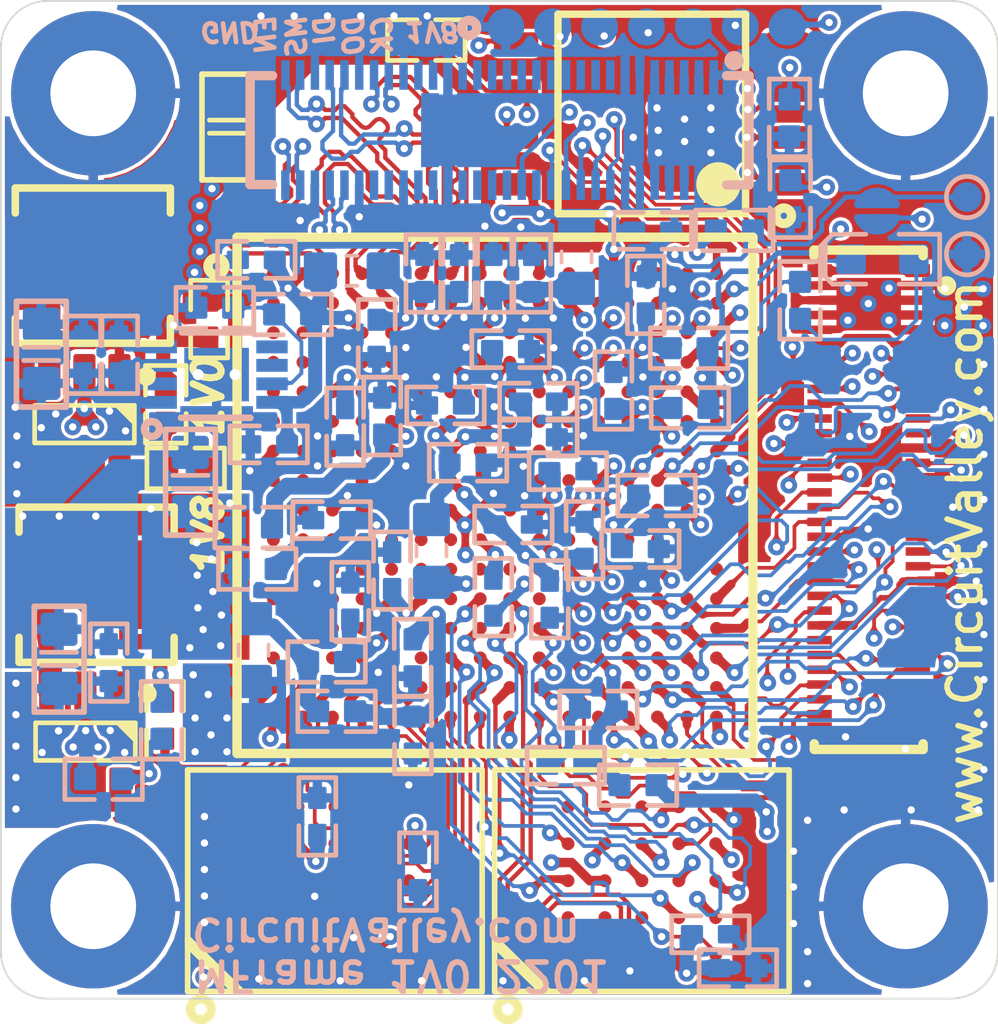
<source format=kicad_pcb>
(kicad_pcb (version 20211014) (generator pcbnew)

  (general
    (thickness 1.6)
  )

  (paper "A4")
  (layers
    (0 "F.Cu" signal "Signal_T")
    (1 "In1.Cu" signal "GND_T")
    (2 "In2.Cu" signal "PWR")
    (3 "In3.Cu" signal "Signal_INT")
    (4 "In4.Cu" signal "GND_B")
    (31 "B.Cu" signal "Signal_B")
    (32 "B.Adhes" user "B.Adhesive")
    (33 "F.Adhes" user "F.Adhesive")
    (34 "B.Paste" user "Bottom Paste")
    (35 "F.Paste" user "Top Paste")
    (36 "B.SilkS" user "Bottom Overlay")
    (37 "F.SilkS" user "Top Overlay")
    (38 "B.Mask" user "Bottom Solder")
    (39 "F.Mask" user "Top Solder")
    (40 "Dwgs.User" user "Mechanical 10")
    (41 "Cmts.User" user "User.Comments")
    (42 "Eco1.User" user "User.Eco1")
    (43 "Eco2.User" user "Mechanical 11")
    (44 "Edge.Cuts" user)
    (45 "Margin" user)
    (46 "B.CrtYd" user "B.Courtyard")
    (47 "F.CrtYd" user "F.Courtyard")
    (48 "B.Fab" user "Mechanical 13")
    (49 "F.Fab" user "Mechanical 12")
    (50 "User.1" user "Mechanical 1")
    (51 "User.2" user "Mechanical 2")
    (52 "User.3" user "Mechanical 3")
    (53 "User.4" user "Mechanical 4")
    (54 "User.5" user "Mechanical 5")
    (55 "User.6" user "Mechanical 6")
    (56 "User.7" user "Mechanical 7")
    (57 "User.8" user "Mechanical 8")
    (58 "User.9" user "Mechanical 9")
  )

  (setup
    (pad_to_mask_clearance 0)
    (aux_axis_origin 131.8515 128.841399)
    (grid_origin 131.8515 128.841399)
    (pcbplotparams
      (layerselection 0x00010fc_ffffffff)
      (disableapertmacros false)
      (usegerberextensions false)
      (usegerberattributes true)
      (usegerberadvancedattributes true)
      (creategerberjobfile true)
      (svguseinch false)
      (svgprecision 6)
      (excludeedgelayer true)
      (plotframeref false)
      (viasonmask false)
      (mode 1)
      (useauxorigin false)
      (hpglpennumber 1)
      (hpglpenspeed 20)
      (hpglpendiameter 15.000000)
      (dxfpolygonmode true)
      (dxfimperialunits true)
      (dxfusepcbnewfont true)
      (psnegative false)
      (psa4output false)
      (plotreference true)
      (plotvalue true)
      (plotinvisibletext false)
      (sketchpadsonfab false)
      (subtractmaskfromsilk false)
      (outputformat 1)
      (mirror false)
      (drillshape 1)
      (scaleselection 1)
      (outputdirectory "")
    )
  )

  (net 0 "")
  (net 1 "FPGA_L9")
  (net 2 "NetC38_2")
  (net 3 "NetC6_2")
  (net 4 "PROGRAMN")
  (net 5 "NetLED2_A")
  (net 6 "NetC41_2")
  (net 7 "NetC40_2")
  (net 8 "MCLK")
  (net 9 "JTAG_TMS")
  (net 10 "JTAG_TDO")
  (net 11 "JTAG_TDI")
  (net 12 "JTAG_TCK")
  (net 13 "JTAG_EN")
  (net 14 "INITN")
  (net 15 "DQ3")
  (net 16 "DQ2")
  (net 17 "DQ1_MISO")
  (net 18 "DQ0_MOSI")
  (net 19 "DONE")
  (net 20 "CSS")
  (net 21 "NetR1_1")
  (net 22 "XVS")
  (net 23 "XTRIG")
  (net 24 "XMASTER")
  (net 25 "XHS")
  (net 26 "XCLR")
  (net 27 "XCE")
  (net 28 "TOUT")
  (net 29 "TENABLE")
  (net 30 "SDO")
  (net 31 "PS1_RW")
  (net 32 "PS1_RST")
  (net 33 "PS1_DQ7")
  (net 34 "PS1_DQ6")
  (net 35 "PS1_DQ5")
  (net 36 "PS1_DQ4")
  (net 37 "PS1_DQ3")
  (net 38 "PS1_DQ2")
  (net 39 "PS1_DQ1")
  (net 40 "PS1_DQ0")
  (net 41 "PS1_CS")
  (net 42 "PS1_CK_P")
  (net 43 "PS1_CK_N")
  (net 44 "PS0_RW")
  (net 45 "PS0_RST")
  (net 46 "PS0_DQ7")
  (net 47 "PS0_DQ6")
  (net 48 "PS0_DQ5")
  (net 49 "PS0_DQ4")
  (net 50 "PS0_DQ3")
  (net 51 "PS0_DQ2")
  (net 52 "PS0_DQ1")
  (net 53 "PS0_DQ0")
  (net 54 "PS0_CS")
  (net 55 "PS0_CK_P")
  (net 56 "PS0_CK_N")
  (net 57 "LDO_1V0")
  (net 58 "NetC22_2")
  (net 59 "NetC17_2")
  (net 60 "FPGA_1V0")
  (net 61 "NetC11_2")
  (net 62 "NetC9_2")
  (net 63 "NetC7_2")
  (net 64 "NetC5_2")
  (net 65 "NetC3_2")
  (net 66 "MIPI1_D3_P")
  (net 67 "MIPI1_D3_N")
  (net 68 "MIPI1_D2_P")
  (net 69 "MIPI1_D2_N")
  (net 70 "MIPI1_D1_P")
  (net 71 "MIPI1_D1_N")
  (net 72 "MIPI1_D0_P")
  (net 73 "MIPI1_D0_N")
  (net 74 "MIPI1_CLK_P")
  (net 75 "MIPI1_CLK_N")
  (net 76 "MIPI0_D3_P")
  (net 77 "MIPI0_D3_N")
  (net 78 "MIPI0_D2_P")
  (net 79 "MIPI0_D2_N")
  (net 80 "MIPI0_D1_P")
  (net 81 "MIPI0_D1_N")
  (net 82 "MIPI0_D0_P")
  (net 83 "MIPI0_D0_N")
  (net 84 "MIPI0_CLK_P")
  (net 85 "MIPI0_CLK_N")
  (net 86 "NetC31_2")
  (net 87 "ENABLE")
  (net 88 "CAM_CLK")
  (net 89 "FPGA_D27")
  (net 90 "FPGA_CLK")
  (net 91 "FPGA_D12")
  (net 92 "FPGA_D25")
  (net 93 "FPGA_D8")
  (net 94 "SCL_1V8")
  (net 95 "UART_CTS")
  (net 96 "UART_RX")
  (net 97 "FPGA_D31")
  (net 98 "UART_TX")
  (net 99 "FPGA_D0")
  (net 100 "SDA_1V8")
  (net 101 "FPGA_D13")
  (net 102 "FPGA_D29")
  (net 103 "FPGA_D3")
  (net 104 "FPGA_D15")
  (net 105 "FPGA_D10")
  (net 106 "FPGA_D1")
  (net 107 "FPGA_D18")
  (net 108 "FPGA_D5")
  (net 109 "FPGA_D21")
  (net 110 "FPGA_D11")
  (net 111 "GPIO21")
  (net 112 "FPGA_D17")
  (net 113 "GPIO24")
  (net 114 "FPGA_D30")
  (net 115 "FPGA_CTL0")
  (net 116 "FPGA_D16")
  (net 117 "FPGA_CTL1")
  (net 118 "FPGA_D2")
  (net 119 "FPGA_D19")
  (net 120 "FPGA_D4")
  (net 121 "FPGA_D6")
  (net 122 "FPGA_D23")
  (net 123 "FPGA_D14")
  (net 124 "FPGA_D7")
  (net 125 "FPGA_D9")
  (net 126 "NetL2_1")
  (net 127 "NetR12_1")
  (net 128 "NetR8_1")
  (net 129 "FPGA_D24")
  (net 130 "FPGA_D26")
  (net 131 "FPGA_D20")
  (net 132 "FPGA_D22")
  (net 133 "FPGA_D28")
  (net 134 "NetL3_1")
  (net 135 "GND")
  (net 136 "FPGA_1V8")
  (net 137 "+5V")

  (footprint "cvlib.PcbLib:SOT23-5" (layer "F.Cu") (at 137.2617 102.958799 -90))

  (footprint "lattice_fpga.PcbLib:Lattice_256_CABGA" (layer "F.Cu") (at 148.380512 104.883192))

  (footprint "PBL - SMD Packages.PcbLib:CAPC1005N" (layer "F.Cu") (at 139.443865 110.968694 90))

  (footprint (layer "F.Cu") (at 137.5011 94.0036))

  (footprint "PBL - SMD Packages.PcbLib:RESC1005N" (layer "F.Cu") (at 139.465132 102.420817 90))

  (footprint "PBL - SMD Packages.PcbLib:CAPC1608N" (layer "F.Cu") (at 141.1225 94.906999 90))

  (footprint "PBL - SMD Packages.PcbLib:RESC1005N" (layer "F.Cu") (at 146.520488 92.563549 180))

  (footprint "Inductor.PcbLib:FDSD0420-H-2R2M" (layer "F.Cu") (at 137.5919 107.302199))

  (footprint "cvlib.PcbLib:SOP8" (layer "F.Cu") (at 152.626516 94.563053 180))

  (footprint (layer "F.Cu") (at 159.501099 94.0036))

  (footprint (layer "F.Cu") (at 137.5011 116.003599))

  (footprint "cvlib.PcbLib:TFBGA24" (layer "F.Cu") (at 152.358127 115.312254 90))

  (footprint (layer "F.Cu") (at 159.501099 116.003599))

  (footprint "PBL - SMD Packages.PcbLib:CAPC1005N" (layer "F.Cu") (at 140.6399 100.113999 -90))

  (footprint "cvlib.PcbLib:SOT23-5" (layer "F.Cu") (at 137.2871 111.548622 -90))

  (footprint "Inductor.PcbLib:FDSD0420-H-2R2M" (layer "F.Cu") (at 137.4903 98.666199))

  (footprint "cvlib.PcbLib:DF40C-60DP-0.4V" (layer "F.Cu") (at 158.501099 105.003603 -90))

  (footprint "PBL - SMD Packages.PcbLib:RESC1005N" (layer "F.Cu") (at 140.0049 104.152599 180))

  (footprint "cvlib.PcbLib:TFBGA24" (layer "F.Cu") (at 144.045786 115.312254 90))

  (footprint "PBL - SMD Packages.PcbLib:INDC1608N" (layer "B.Cu") (at 146.6597 106.387799 -90))

  (footprint "PBL - SMD Packages.PcbLib:CAPC1005N" (layer "B.Cu") (at 149.5553 103.314399 180))

  (footprint "cvlib.PcbLib:SMD_test_point" (layer "B.Cu") (at 161.1631 96.811999 180))

  (footprint "PBL - SMD Packages.PcbLib:CAPC1005N" (layer "B.Cu") (at 149.5553 102.349199 180))

  (footprint "PBL - SMD Packages.PcbLib:CAPC1608N" (layer "B.Cu") (at 136.5759 109.308799 90))

  (footprint "PBL - SMD Packages.PcbLib:RESC1005N" (layer "B.Cu") (at 141.94194 106.87809))

  (footprint "PBL - SMD Packages.PcbLib:CAPC1005N" (layer "B.Cu") (at 148.801301 100.926799 180))

  (footprint "PBL - SMD Packages.PcbLib:RESC1005N" (layer "B.Cu") (at 143.819962 109.392893))

  (footprint "PBL - SMD Packages.PcbLib:RESC1005N" (layer "B.Cu") (at 152.25371 112.726674 180))

  (footprint "PBL - SMD Packages.PcbLib:CAPC1005N" (layer "B.Cu") (at 144.461759 107.745815 -90))

  (footprint "PBL - SMD Packages.PcbLib:CAPC1005N" (layer "B.Cu") (at 151.5873 102.044399 -90))

  (footprint "PBL - SMD Packages.PcbLib:RESC1005N" (layer "B.Cu") (at 156.375789 96.856342 90))

  (footprint "PBL - SMD Packages.PcbLib:CAPC1005N" (layer "B.Cu") (at 152.315899 106.336999 180))

  (footprint "PBL - SMD Packages.PcbLib:CAPC1005N" (layer "B.Cu") (at 150.298006 112.199657))

  (footprint "PBL - SMD Packages.PcbLib:CAPC1005N" (layer "B.Cu") (at 145.177333 100.632931 90))

  (footprint "cvlib.PcbLib:DF40HC(4.0)-60DS-0.4V(51)" locked (layer "B.Cu")
    (tedit 0) (tstamp 40961e17-25d8-4a6f-b39b-841e4aab62f4)
    (at 148.504218 94.999221 180)
    (fp_text reference "J3" (at -4.782309 7.97451 unlocked) (layer "B.SilkS") hide
      (effects (font (size 1.524 1.524) (thickness 0.254)) (justify left bottom mirror))
      (tstamp 57b313bf-5865-4a58-ae6d-64b95775c9e0)
    )
    (fp_text value "DF40HC(4.0)-60DS-0.4V(51)" (at -4.782309 -9.67849 unlocked) (layer "B.SilkS") hide
      (effects (font (size 1.524 1.524) (thickness 0.254)) (justify left bottom mirror))
      (tstamp cfbe8f47-d378-49aa-a9f7-434b67c176dc)
    )
    (fp_line (start -6.1468 1.4732) (end -6.7564 1.4732) (layer "B.SilkS") (width 0.254) (tstamp 5061bdbb-8f79-4d78-a418-abc0508ae342))
    (fp_line (start 6.7564 -1.474501) (end 6.1468 -1.474501) (layer "B.SilkS") (width 0.254) (tstamp 5ffea519-3650-4928-8bc2-5b5e59d1fa4c))
    (fp_line (start -6.1468 -1.484011) (end -6.7564 -1.484011) (layer "B.SilkS") (width 0.254) (tstamp 63b76a21-ac2d-4aa3-b050-4233354ba602))
    (fp_line (start 6.7564 -1.474501) (end 6.7564 1.4732) (layer "B.SilkS") (width 0.254) (tstamp 72bc23b6-0183-4281-9ed6-bcd8e45e7321))
    (fp_line (start 6.7564 1.4732) (end 6.1468 1.4732) (layer "B.SilkS") (width 0.254) (tstamp 7e23725a-ed65-43b5-bcea-3cdf3500135f))
    (fp_line (start -6.7564 -1.484011) (end -6.7564 1.4732) (layer "B.SilkS") (width 0.254) (tstamp cef7fcbb-fd9a-42c5-94e1-b744115e0fdb))
    (fp_circle (center -6.35 1.8796) (end -6.35 2.014217) (layer "B.SilkS") (width 0.254) (fill none) (tstamp 889a9aa2-7d1a-47f1-abaf-bc2138ccbd70))
    (pad "1" smd rect locked (at -5.800001 1.489999 180) (size 0.23 0.8) (layers "B.Cu" "B.Paste" "B.Mask")
      (net 137 "+5V") (tstamp 9da675b7-76c9-4dbc-9cbd-5987c40a43ff))
    (pad "2" smd rect locked (at -5.800001 -1.49 180) (size 0.23 0.8) (layers "B.Cu" "B.Paste" "B.Mask")
      (net 137 "+5V") (tstamp 79131a3c-35e0-4c45-a538-45dc036a3569))
    (pad "3" smd rect locked (at -5.400001 1.489999 180) (size 0.23 0.8) (layers "B.Cu" "B.Paste" "B.Mask")
      (net 137 "+5V") (tstamp 2ad15b10-d2c8-4465-8fcd-379173571338))
    (pad "4" smd rect locked (at -5.400001 -1.49 180) (size 0.23 0.8) (layers "B.Cu" "B.Paste" "B.Mask")
      (net 137 "+5V") (tstamp 83788c73-9324-41a1-93f1-eb8a8a80146e))
    (pad "5" smd rect locked (at -5.000002 1.489999 180) (size 0.23 0.8) (layers "B.Cu" "B.Paste" "B.Mask")
      (net 137 "+5V") (tstamp 9ad62a1e-0d90-45fb-9e77-3293d107bf34))
    (pad "6" smd rect locked (at -5.000002 -1.49 180) (size 0.23 0.8) (layers "B.Cu" "B.Paste" "B.Mask")
      (net 137 "+5V") (tstamp 15d667ff-1c2d-4d24-a11b-07233a1d84b8))
    (pad "7" smd rect locked (at -4.600003 1.489999 180) (size 0.23 0.8) (layers "B.Cu" "B.Paste" "B.Mask")
      (net 137 "+5V") (tstamp b799dbc2-2097-4c44-91ef-69b259d592ba))
    (pad "8" smd rect locked (at -4.600003 -1.49 180) (size 0.23 0.8) (layers "B.Cu" "B.Paste" "B.Mask")
      (net 137 "+5V") (tstamp 826bcf3b-42bc-4a42-8094-c16a43491a38))
    (pad "9" smd rect locked (at -4.200004 1.489999 180) (size 0.23 0.8) (layers "B.Cu" "B.Paste" "B.Mask")
      (net 137 "+5V") (tstamp 4c5240c1-3ae5-47f9-964c-e96f96f5c1b6))
    (pad "10" smd rect locked (at -4.200004 -1.49 180) (size 0.23 0.8) (layers "B.Cu" "B.Paste" "B.Mask")
      (net 137 "+5V") (tstamp 7be533c8-2047-45ef-ad8c-237ee3b8434a))
    (pad "11" smd rect locked (at -3.800005 1.489999 180) (size 0.23 0.8) (layers "B.Cu" "B.Paste" "B.Mask")
      (net 135 "GND") (tstamp d13c077b-eca1-45db-a6ca-61c2b812c25b))
    (pad "12" smd rect locked (at -3.800005 -1.49 180) (size 0.23 0.8) (layers "B.Cu" "B.Paste" "B.Mask")
      (net 135 "GND") (tstamp b6578593-0e17-4fe5-9e8f-f44bc638dad9))
    (pad "13" smd rect locked (at -3.400005 1.489999 180) (size 0.23 0.8) (layers "B.Cu" "B.Paste" "B.Mask")
      (net 135 "GND") (tstamp 055a6da9-b10b-4a0f-9fbd-a10781f26813))
    (pad "14" smd rect locked (at -3.400005 -1.49 180) (size 0.23 0.8) (layers "B.Cu" "B.Paste" "B.Mask")
      (net 135 "GND") (tstamp 05869fb7-b56c-43b6-a623-e687637eef35))
    (pad "15" smd rect locked (at -3.000006 1.489999 180) (size 0.23 0.8) (layers "B.Cu" "B.Paste" "B.Mask") (tstamp c2259994-60c5-4f38-8495-c9dd5f3baa98))
    (pad "16" smd rect locked (at -3.000006 -1.49 180) (size 0.23 0.8) (layers "B.Cu" "B.Paste" "B.Mask")
      (net 26 "XCLR") (tstamp c85dc309-f7f1-4529-b043-c3d4adac9168))
    (pad "17" smd rect locked (at -2.600007 1.489999 180) (size 0.23 0.8) (layers "B.Cu" "B.Paste" "B.Mask")
      (net 30 "SDO") (tstamp df19031a-ada4-442a-836d-893cc36f85a8))
    (pad "18" smd rect locked (at -2.600007 -1.49 180) (size 0.23 0.8) (layers "B.Cu" "B.Paste" "B.Mask")
      (net 87 "ENABLE") (tstamp f25b82ea-1ba6-4652-84ec-8c15a4e80d6d))
    (pad "19" smd rect locked (at -2.200008 1.489999 180) (size 0.23 0.8) (layers "B.Cu" "B.Paste" "B.Mask") (tstamp 8a4473bc-e84e-45d6-b448-8fb624983a41))
    (pad "20" smd rect locked (at -2.200008 -1.49 180) (size 0.23 0.8) (layers "B.Cu" "B.Paste" "B.Mask")
      (net 24 "XMASTER") (tstamp 4091c827-9e81-4b0a-a48d-d2d0a4316f11))
    (pad "21" smd rect locked (at -1.800009 1.489999 180) (size 0.23 0.8) (layers "B.Cu" "B.Paste" "B.Mask") (tstamp cd8ed630-d69f-421a-b1b5-ff75e0237554))
    (pad "22" smd rect locked (at -1.800009 -1.49 180) (size 0.23 0.8) (layers "B.Cu" "B.Paste" "B.Mask")
      (net 94 "SCL_1V8") (tstamp 5c035beb-c8fd-41ca-aa6c-98520d62633b))
    (pad "23" smd rect locked (at -1.400009 1.489999 180) (size 0.23 0.8) (layers "B.Cu" "B.Paste" "B.Mask") (tstamp 6c35e936-e079-4b1b-b3a4-65a136eae960))
    (pad "24" smd rect locked (at -1.400009 -1.49 180) (size 0.23 0.8) (layers "B.Cu" "B.Paste" "B.Mask")
      (net 27 "XCE") (tstamp 93216394-3514-4dbf-8f76-fe63d6c9a4f3))
    (pad "25" smd rect locked (at -1.00001 1.489999 180) (size 0.23 0.8) (layers "B.Cu" "B.Paste" "B.Mask") (tstamp 1dfa78e2-d560-493f-9e1c-bf9626162ba1))
    (pad "26" smd rect locked (at -1.00001 -1.49 180) (size 0.23 0.8) (layers "B.Cu" "B.Paste" "B.Mask")
      (net 22 "XVS") (tstamp d8fd91c1-16b4-4d50-a41e-a1d5ffad6090))
    (pad "27" smd rect locked (at -0.600011 1.489999 180) (size 0.23 0.8) (layers "B.Cu" "B.Paste" "B.Mask") (tstamp 551f09d5-1b64-404c-b64e-4f7f9523019f))
    (pad "28" smd rect locked (at -0.600011 -1.49 180) (size 0.23 0.8) (layers "B.Cu" "B.Paste" "B.Mask")
      (net 100 "SDA_1V8") (tstamp c1e49de0-4ef9-4ebc-8152-bbc1fac2068f))
    (pad "29" smd rect locked (at -0.200012 1.489999 180) (size 0.23 0.8) (layers "B.Cu" "B.Paste" "B.Mask")
      (net 29 "TENABLE") (tstamp 01065b95-0b6b-48c2-8262-37075021d4f7))
    (pad "30" smd rect locked (at -0.200012 -1.49 180) (size 0.23 0.8) (layers "B.Cu" "B.Paste" "B.Mask")
      (net 25 "XHS") (tstamp 45063e62-5d00-451a-a286-5c771bc7d0a3))
    (pad "31" smd rect locked (at 0.199987 1.489999 180) (size 0.23 0.8) (layers "B.Cu" "B.Paste" "B.Mask")
      (net 28 "TOUT") (tstamp 65e408ad-6280-4516-94ea-1108a2799729))
    (pad "32" smd rect locked (at 0.199987 -1.49 180) (size 0.23 0.8) (layers "B.Cu" "B.Paste" "B.Mask")
      (net 23 "XTRIG") (tstamp a7e380ce-ce64-48bc-a20a-4065185111d5))
    (pad "33" smd rect locked (at 0.599987 1.489999 180) (size 0.23 0.8) (layers "B.Cu" "B.Paste" "B.Mask") (tstamp f0aaeb89-17f6-4140-9feb-23aa46a95c94))
    (pad "34" smd rect locked (at 0.599987 -1.49 180) (size 0.23 0.8) (layers "B.Cu" "B.Paste" "B.Mask") (tstamp 64592cd6-f56a-4071-8692-8b711e992cdd))
    (pad "35" smd rect locked (at 0.999986 1.489999 180) (size 0.23 0.8) (layers "B.Cu" "B.Paste" "B.Mask") (tstamp 15fdae5e-436f-470e-bcf5-102f02818696))
    (pad "36" smd rect locked (at 0.999986 -1.49 180) (size 0.23 0.8) (layers "B.Cu" "B.Paste" "B.Mask") (tstamp 1b72ee52-dea2-403d-9b91-e5a0fb2111b5))
    (pad "37" smd rect locked (at 1.399985 1.489999 180) (size 0.23 0.8) (layers "B.Cu" "B.Paste" "B.Mask")
      (net 135 "GND") (tstamp 6761166f-abe8-4c6b-9b90-b9b06b3f8c91))
    (pad "38" smd rect locked (at 1.399985 -1.49 180) (size 0.23 0.8) (layers "B.Cu" "B.Paste" "B.Mask")
      (net 135 "GND") (tstamp 1ce99dfd-5a35-4e8c-bcbc-1c3c32482365))
    (pad "39" smd rect locked (at 1.799984 1.489999 180) (size 0.23 0.8) (layers "B.Cu" "B.Paste" "B.Mask") (tstamp 94d324de-9785-4782-afbc-87fcbd769a0d))
    (pad "40" smd rect locked (at 1.799984 -1.49 180) (size 0.23 0.8) (layers "B.Cu" "B.Paste" "B.Mask")
      (net 88 "CAM_CLK") (tstamp 152d0a7d-bdb3-4522-827a-55e1f09ef75f))
    (pad "41" smd rect locked (at 2.199983 1.489999 180) (size 0.23 0.8) (layers "B.Cu" "B.Paste" "B.Mask") (tstamp 86fd7b68-a105-4fe8-8e61-e13ccd89116e))
    (pad "42" smd rect locked (at 2.199983 -1.49 180) (size 0.23 0.8) (layers "B.Cu" "B.Paste" "B.Mask") (tstamp 024c1172-97e7-4dd4-94f0-432d27cf7b85))
    (pad "43" smd rect locked (at 2.599983 1.489999 180) (size 0.23 0.8) (layers "B.Cu" "B.Paste" "B.Mask")
      (net 135 "GND") (tstamp fa4465d7-6459-4490-9e27-b8dd3446dffb))
    (pad "44" smd rect locked (at 2.599983 -1.49 180) (size 0.23 0.8) (layers "B.Cu" "B.Paste" "B.Mask")
      (net 135 "GND") (tstamp ba7131b5-5b66-4fe5-823f-86a2c9413fb8))
    (pad "45" smd rect locked (at 2.999982 1.489999 180) (size 0.23 0.8) (layers "B.Cu" "B.Paste" "B.Mask")
      (net 66 "MIPI1_D3_P") (tstamp 052ca14f-c213-423a-a868-454f3133bc2f))
    (pad "46" smd rect locked (at 2.999982 -1.49 180) (size 0.23 0.8) (layers "B.Cu" "B.Paste" "B.Mask") (tstamp 1d6a20e2-d644-4c20-9c4b-61a9312fdf8f))
    (pad "47" smd rect locked (at 3.399981 1.489999 180) (size 0.23 0.8) (layers "B.Cu" "B.Paste" "B.Mask")
      (net 67 "MIPI1_D3_N") (tstamp 971efac3-ae30-4b2f-95cc-49866468ff92))
    (pad "48" smd rect locked (at 3.399981 -1.49 180) (size 0.23 0.8) (layers "B.Cu" "B.Paste" "B.Mask") (tstamp 1741ebd5-05d2-4076-878f-ac8380976053))
    (pad "49" smd rect locked (at 3.79998 1.489999 180) (size 0.23 0.8) (layers "B.Cu" "B.Paste" "B.Mask")
      (net 135 "GND") (tstamp 70cc5a65-7
... [2186651 chars truncated]
</source>
